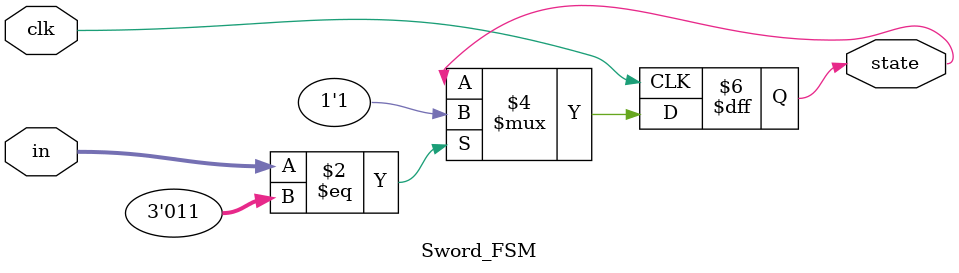
<source format=v>

module Sword_FSM (
	clk, in, state
);

input clk;
input [2:0] in;
output reg state;

initial
	state <= 0;

always @ (posedge clk) 
	if (in == 3'b011)
		state <= 1;
		
endmodule

</source>
